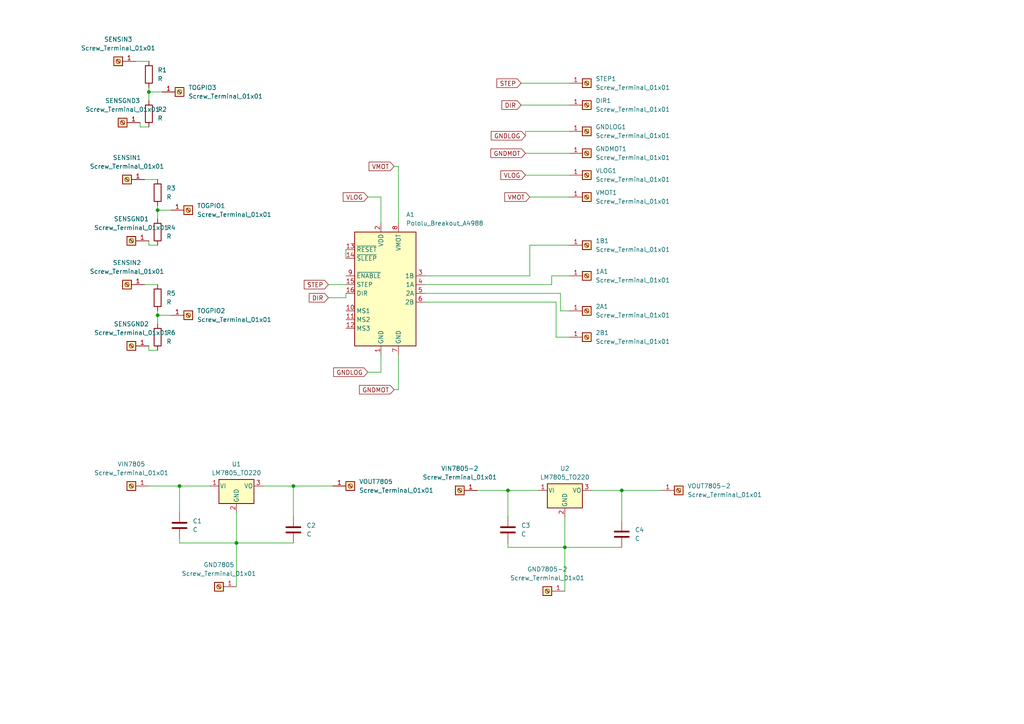
<source format=kicad_sch>
(kicad_sch (version 20230121) (generator eeschema)

  (uuid 9d5010ca-1851-4251-96ef-e20673c408e0)

  (paper "A4")

  (lib_symbols
    (symbol "Connector:Screw_Terminal_01x01" (pin_names (offset 1.016) hide) (in_bom yes) (on_board yes)
      (property "Reference" "J" (at 0 2.54 0)
        (effects (font (size 1.27 1.27)))
      )
      (property "Value" "Screw_Terminal_01x01" (at 0 -2.54 0)
        (effects (font (size 1.27 1.27)))
      )
      (property "Footprint" "" (at 0 0 0)
        (effects (font (size 1.27 1.27)) hide)
      )
      (property "Datasheet" "~" (at 0 0 0)
        (effects (font (size 1.27 1.27)) hide)
      )
      (property "ki_keywords" "screw terminal" (at 0 0 0)
        (effects (font (size 1.27 1.27)) hide)
      )
      (property "ki_description" "Generic screw terminal, single row, 01x01, script generated (kicad-library-utils/schlib/autogen/connector/)" (at 0 0 0)
        (effects (font (size 1.27 1.27)) hide)
      )
      (property "ki_fp_filters" "TerminalBlock*:*" (at 0 0 0)
        (effects (font (size 1.27 1.27)) hide)
      )
      (symbol "Screw_Terminal_01x01_1_1"
        (rectangle (start -1.27 1.27) (end 1.27 -1.27)
          (stroke (width 0.254) (type default))
          (fill (type background))
        )
        (polyline
          (pts
            (xy -0.5334 0.3302)
            (xy 0.3302 -0.508)
          )
          (stroke (width 0.1524) (type default))
          (fill (type none))
        )
        (polyline
          (pts
            (xy -0.3556 0.508)
            (xy 0.508 -0.3302)
          )
          (stroke (width 0.1524) (type default))
          (fill (type none))
        )
        (circle (center 0 0) (radius 0.635)
          (stroke (width 0.1524) (type default))
          (fill (type none))
        )
        (pin passive line (at -5.08 0 0) (length 3.81)
          (name "Pin_1" (effects (font (size 1.27 1.27))))
          (number "1" (effects (font (size 1.27 1.27))))
        )
      )
    )
    (symbol "Device:C" (pin_numbers hide) (pin_names (offset 0.254)) (in_bom yes) (on_board yes)
      (property "Reference" "C" (at 0.635 2.54 0)
        (effects (font (size 1.27 1.27)) (justify left))
      )
      (property "Value" "C" (at 0.635 -2.54 0)
        (effects (font (size 1.27 1.27)) (justify left))
      )
      (property "Footprint" "" (at 0.9652 -3.81 0)
        (effects (font (size 1.27 1.27)) hide)
      )
      (property "Datasheet" "~" (at 0 0 0)
        (effects (font (size 1.27 1.27)) hide)
      )
      (property "ki_keywords" "cap capacitor" (at 0 0 0)
        (effects (font (size 1.27 1.27)) hide)
      )
      (property "ki_description" "Unpolarized capacitor" (at 0 0 0)
        (effects (font (size 1.27 1.27)) hide)
      )
      (property "ki_fp_filters" "C_*" (at 0 0 0)
        (effects (font (size 1.27 1.27)) hide)
      )
      (symbol "C_0_1"
        (polyline
          (pts
            (xy -2.032 -0.762)
            (xy 2.032 -0.762)
          )
          (stroke (width 0.508) (type default))
          (fill (type none))
        )
        (polyline
          (pts
            (xy -2.032 0.762)
            (xy 2.032 0.762)
          )
          (stroke (width 0.508) (type default))
          (fill (type none))
        )
      )
      (symbol "C_1_1"
        (pin passive line (at 0 3.81 270) (length 2.794)
          (name "~" (effects (font (size 1.27 1.27))))
          (number "1" (effects (font (size 1.27 1.27))))
        )
        (pin passive line (at 0 -3.81 90) (length 2.794)
          (name "~" (effects (font (size 1.27 1.27))))
          (number "2" (effects (font (size 1.27 1.27))))
        )
      )
    )
    (symbol "Device:R" (pin_numbers hide) (pin_names (offset 0)) (in_bom yes) (on_board yes)
      (property "Reference" "R" (at 2.032 0 90)
        (effects (font (size 1.27 1.27)))
      )
      (property "Value" "R" (at 0 0 90)
        (effects (font (size 1.27 1.27)))
      )
      (property "Footprint" "" (at -1.778 0 90)
        (effects (font (size 1.27 1.27)) hide)
      )
      (property "Datasheet" "~" (at 0 0 0)
        (effects (font (size 1.27 1.27)) hide)
      )
      (property "ki_keywords" "R res resistor" (at 0 0 0)
        (effects (font (size 1.27 1.27)) hide)
      )
      (property "ki_description" "Resistor" (at 0 0 0)
        (effects (font (size 1.27 1.27)) hide)
      )
      (property "ki_fp_filters" "R_*" (at 0 0 0)
        (effects (font (size 1.27 1.27)) hide)
      )
      (symbol "R_0_1"
        (rectangle (start -1.016 -2.54) (end 1.016 2.54)
          (stroke (width 0.254) (type default))
          (fill (type none))
        )
      )
      (symbol "R_1_1"
        (pin passive line (at 0 3.81 270) (length 1.27)
          (name "~" (effects (font (size 1.27 1.27))))
          (number "1" (effects (font (size 1.27 1.27))))
        )
        (pin passive line (at 0 -3.81 90) (length 1.27)
          (name "~" (effects (font (size 1.27 1.27))))
          (number "2" (effects (font (size 1.27 1.27))))
        )
      )
    )
    (symbol "Driver_Motor:Pololu_Breakout_A4988" (in_bom yes) (on_board yes)
      (property "Reference" "A" (at -2.54 19.05 0)
        (effects (font (size 1.27 1.27)) (justify right))
      )
      (property "Value" "Pololu_Breakout_A4988" (at -2.54 16.51 0)
        (effects (font (size 1.27 1.27)) (justify right))
      )
      (property "Footprint" "Module:Pololu_Breakout-16_15.2x20.3mm" (at 6.985 -19.05 0)
        (effects (font (size 1.27 1.27)) (justify left) hide)
      )
      (property "Datasheet" "https://www.pololu.com/product/2980/pictures" (at 2.54 -7.62 0)
        (effects (font (size 1.27 1.27)) hide)
      )
      (property "ki_keywords" "Pololu Breakout Board Stepper Driver A4988" (at 0 0 0)
        (effects (font (size 1.27 1.27)) hide)
      )
      (property "ki_description" "Pololu Breakout Board, Stepper Driver A4988" (at 0 0 0)
        (effects (font (size 1.27 1.27)) hide)
      )
      (property "ki_fp_filters" "Pololu*Breakout*15.2x20.3mm*" (at 0 0 0)
        (effects (font (size 1.27 1.27)) hide)
      )
      (symbol "Pololu_Breakout_A4988_0_1"
        (rectangle (start 10.16 -17.78) (end -7.62 15.24)
          (stroke (width 0.254) (type default))
          (fill (type background))
        )
      )
      (symbol "Pololu_Breakout_A4988_1_1"
        (pin power_in line (at 0 -20.32 90) (length 2.54)
          (name "GND" (effects (font (size 1.27 1.27))))
          (number "1" (effects (font (size 1.27 1.27))))
        )
        (pin input line (at -10.16 -7.62 0) (length 2.54)
          (name "MS1" (effects (font (size 1.27 1.27))))
          (number "10" (effects (font (size 1.27 1.27))))
        )
        (pin input line (at -10.16 -10.16 0) (length 2.54)
          (name "MS2" (effects (font (size 1.27 1.27))))
          (number "11" (effects (font (size 1.27 1.27))))
        )
        (pin input line (at -10.16 -12.7 0) (length 2.54)
          (name "MS3" (effects (font (size 1.27 1.27))))
          (number "12" (effects (font (size 1.27 1.27))))
        )
        (pin input line (at -10.16 10.16 0) (length 2.54)
          (name "~{RESET}" (effects (font (size 1.27 1.27))))
          (number "13" (effects (font (size 1.27 1.27))))
        )
        (pin input line (at -10.16 7.62 0) (length 2.54)
          (name "~{SLEEP}" (effects (font (size 1.27 1.27))))
          (number "14" (effects (font (size 1.27 1.27))))
        )
        (pin input line (at -10.16 0 0) (length 2.54)
          (name "STEP" (effects (font (size 1.27 1.27))))
          (number "15" (effects (font (size 1.27 1.27))))
        )
        (pin input line (at -10.16 -2.54 0) (length 2.54)
          (name "DIR" (effects (font (size 1.27 1.27))))
          (number "16" (effects (font (size 1.27 1.27))))
        )
        (pin power_in line (at 0 17.78 270) (length 2.54)
          (name "VDD" (effects (font (size 1.27 1.27))))
          (number "2" (effects (font (size 1.27 1.27))))
        )
        (pin output line (at 12.7 2.54 180) (length 2.54)
          (name "1B" (effects (font (size 1.27 1.27))))
          (number "3" (effects (font (size 1.27 1.27))))
        )
        (pin output line (at 12.7 0 180) (length 2.54)
          (name "1A" (effects (font (size 1.27 1.27))))
          (number "4" (effects (font (size 1.27 1.27))))
        )
        (pin output line (at 12.7 -2.54 180) (length 2.54)
          (name "2A" (effects (font (size 1.27 1.27))))
          (number "5" (effects (font (size 1.27 1.27))))
        )
        (pin output line (at 12.7 -5.08 180) (length 2.54)
          (name "2B" (effects (font (size 1.27 1.27))))
          (number "6" (effects (font (size 1.27 1.27))))
        )
        (pin power_in line (at 5.08 -20.32 90) (length 2.54)
          (name "GND" (effects (font (size 1.27 1.27))))
          (number "7" (effects (font (size 1.27 1.27))))
        )
        (pin power_in line (at 5.08 17.78 270) (length 2.54)
          (name "VMOT" (effects (font (size 1.27 1.27))))
          (number "8" (effects (font (size 1.27 1.27))))
        )
        (pin input line (at -10.16 2.54 0) (length 2.54)
          (name "~{ENABLE}" (effects (font (size 1.27 1.27))))
          (number "9" (effects (font (size 1.27 1.27))))
        )
      )
    )
    (symbol "Regulator_Linear:LM7805_TO220" (pin_names (offset 0.254)) (in_bom yes) (on_board yes)
      (property "Reference" "U" (at -3.81 3.175 0)
        (effects (font (size 1.27 1.27)))
      )
      (property "Value" "LM7805_TO220" (at 0 3.175 0)
        (effects (font (size 1.27 1.27)) (justify left))
      )
      (property "Footprint" "Package_TO_SOT_THT:TO-220-3_Vertical" (at 0 5.715 0)
        (effects (font (size 1.27 1.27) italic) hide)
      )
      (property "Datasheet" "https://www.onsemi.cn/PowerSolutions/document/MC7800-D.PDF" (at 0 -1.27 0)
        (effects (font (size 1.27 1.27)) hide)
      )
      (property "ki_keywords" "Voltage Regulator 1A Positive" (at 0 0 0)
        (effects (font (size 1.27 1.27)) hide)
      )
      (property "ki_description" "Positive 1A 35V Linear Regulator, Fixed Output 5V, TO-220" (at 0 0 0)
        (effects (font (size 1.27 1.27)) hide)
      )
      (property "ki_fp_filters" "TO?220*" (at 0 0 0)
        (effects (font (size 1.27 1.27)) hide)
      )
      (symbol "LM7805_TO220_0_1"
        (rectangle (start -5.08 1.905) (end 5.08 -5.08)
          (stroke (width 0.254) (type default))
          (fill (type background))
        )
      )
      (symbol "LM7805_TO220_1_1"
        (pin power_in line (at -7.62 0 0) (length 2.54)
          (name "VI" (effects (font (size 1.27 1.27))))
          (number "1" (effects (font (size 1.27 1.27))))
        )
        (pin power_in line (at 0 -7.62 90) (length 2.54)
          (name "GND" (effects (font (size 1.27 1.27))))
          (number "2" (effects (font (size 1.27 1.27))))
        )
        (pin power_out line (at 7.62 0 180) (length 2.54)
          (name "VO" (effects (font (size 1.27 1.27))))
          (number "3" (effects (font (size 1.27 1.27))))
        )
      )
    )
  )

  (junction (at 52.07 140.97) (diameter 0) (color 0 0 0 0)
    (uuid 0ac7d253-e86c-49dd-8bd1-e19d22f9754b)
  )
  (junction (at 180.34 142.24) (diameter 0) (color 0 0 0 0)
    (uuid 53381fbe-47f0-4827-acf1-7bf7b8082507)
  )
  (junction (at 68.58 157.48) (diameter 0) (color 0 0 0 0)
    (uuid 5816f683-d878-4180-86e6-21f55c2c8cc5)
  )
  (junction (at 45.72 91.44) (diameter 0) (color 0 0 0 0)
    (uuid 7e59a6c5-ceef-4329-a51d-4eefa53e41c5)
  )
  (junction (at 85.09 140.97) (diameter 0) (color 0 0 0 0)
    (uuid a3faa6ac-ab1d-463b-a7fe-d8dc2235858d)
  )
  (junction (at 45.72 60.96) (diameter 0) (color 0 0 0 0)
    (uuid a7b780b7-2cfd-4831-aad6-c0e6b8f08c04)
  )
  (junction (at 163.83 158.75) (diameter 0) (color 0 0 0 0)
    (uuid a82e66ba-daa8-4b64-82c0-27bdeb18f967)
  )
  (junction (at 43.18 26.67) (diameter 0) (color 0 0 0 0)
    (uuid c37a8b64-46a2-4c35-86ee-8f2d92cfa5ca)
  )
  (junction (at 147.32 142.24) (diameter 0) (color 0 0 0 0)
    (uuid e2f91b42-ef5a-4239-b0fd-c8ea19850518)
  )

  (wire (pts (xy 100.33 86.36) (xy 100.33 85.09))
    (stroke (width 0) (type default))
    (uuid 04ec27bb-6de2-4c96-9163-85dbc7d0664d)
  )
  (wire (pts (xy 162.56 85.09) (xy 162.56 90.17))
    (stroke (width 0) (type default))
    (uuid 05f60c0a-70b1-420c-bbab-74ca8f623764)
  )
  (wire (pts (xy 162.56 90.17) (xy 165.1 90.17))
    (stroke (width 0) (type default))
    (uuid 06be7ddd-38ee-45d2-a672-fddd8706211c)
  )
  (wire (pts (xy 43.18 26.67) (xy 46.99 26.67))
    (stroke (width 0) (type default))
    (uuid 07a52b0d-8464-446e-b161-e1a317382d31)
  )
  (wire (pts (xy 165.1 80.01) (xy 160.02 80.01))
    (stroke (width 0) (type default))
    (uuid 09bb4191-149c-4ffd-b1e1-a8950476f264)
  )
  (wire (pts (xy 52.07 157.48) (xy 68.58 157.48))
    (stroke (width 0) (type default))
    (uuid 117d11fb-0593-47d1-a568-7f811b1d4069)
  )
  (wire (pts (xy 41.91 52.07) (xy 45.72 52.07))
    (stroke (width 0) (type default))
    (uuid 2acb6fdc-eb8a-4fad-ac6f-661140c41c86)
  )
  (wire (pts (xy 76.2 140.97) (xy 85.09 140.97))
    (stroke (width 0) (type default))
    (uuid 2c194902-7171-4de0-86f8-798f88d02fca)
  )
  (wire (pts (xy 43.18 101.6) (xy 43.18 100.33))
    (stroke (width 0) (type default))
    (uuid 2eca03a9-c9db-4596-9ff8-bdad6b9326da)
  )
  (wire (pts (xy 43.18 140.97) (xy 52.07 140.97))
    (stroke (width 0) (type default))
    (uuid 2ffcbaf8-559c-4c4f-8485-43cad5cd3643)
  )
  (wire (pts (xy 147.32 158.75) (xy 163.83 158.75))
    (stroke (width 0) (type default))
    (uuid 33b653c6-f130-4dfe-9593-717877c8083b)
  )
  (wire (pts (xy 152.4 50.8) (xy 165.1 50.8))
    (stroke (width 0) (type default))
    (uuid 35116235-80b2-4b36-9241-ed3f7abd3c96)
  )
  (wire (pts (xy 114.3 113.03) (xy 115.57 113.03))
    (stroke (width 0) (type default))
    (uuid 365891f7-acd2-4b77-a928-109f029eaa84)
  )
  (wire (pts (xy 115.57 113.03) (xy 115.57 102.87))
    (stroke (width 0) (type default))
    (uuid 3a3fbec4-d9b2-44af-87d4-49103ad9af7c)
  )
  (wire (pts (xy 39.37 17.78) (xy 43.18 17.78))
    (stroke (width 0) (type default))
    (uuid 3c058477-0b07-4a03-9a4b-6c95080fad56)
  )
  (wire (pts (xy 85.09 140.97) (xy 96.52 140.97))
    (stroke (width 0) (type default))
    (uuid 438e24f8-1865-4dbe-80d0-a14a2898001b)
  )
  (wire (pts (xy 45.72 101.6) (xy 43.18 101.6))
    (stroke (width 0) (type default))
    (uuid 4702ac67-c227-4592-a93f-11b0f4d52aaf)
  )
  (wire (pts (xy 45.72 91.44) (xy 45.72 93.98))
    (stroke (width 0) (type default))
    (uuid 4ce060ce-bd25-4a99-a182-e1be92833118)
  )
  (wire (pts (xy 165.1 38.1) (xy 152.4 38.1))
    (stroke (width 0) (type default))
    (uuid 53795242-8056-451f-b23b-208d08468f8e)
  )
  (wire (pts (xy 43.18 71.12) (xy 43.18 69.85))
    (stroke (width 0) (type default))
    (uuid 55ac6eb1-5d1b-45f6-838b-710131c33f2b)
  )
  (wire (pts (xy 180.34 142.24) (xy 191.77 142.24))
    (stroke (width 0) (type default))
    (uuid 56fedaf6-1d9b-4062-945b-3036cfb7b7a4)
  )
  (wire (pts (xy 68.58 148.59) (xy 68.58 157.48))
    (stroke (width 0) (type default))
    (uuid 58277d4d-2dbd-4c17-987f-706fe182c1ac)
  )
  (wire (pts (xy 85.09 140.97) (xy 85.09 149.86))
    (stroke (width 0) (type default))
    (uuid 5d138a2b-062a-444f-864b-c997b3264921)
  )
  (wire (pts (xy 138.43 142.24) (xy 147.32 142.24))
    (stroke (width 0) (type default))
    (uuid 6c219a67-1c74-4a3e-90f0-5f3e3cfdad61)
  )
  (wire (pts (xy 123.19 87.63) (xy 161.29 87.63))
    (stroke (width 0) (type default))
    (uuid 6d16869b-8aa3-4928-b472-640aa5b01660)
  )
  (wire (pts (xy 163.83 158.75) (xy 180.34 158.75))
    (stroke (width 0) (type default))
    (uuid 6d541c85-efc3-49ba-b51f-3231ebef29ed)
  )
  (wire (pts (xy 160.02 82.55) (xy 123.19 82.55))
    (stroke (width 0) (type default))
    (uuid 6f268e3d-1ceb-4743-9360-bbcf5e44dac3)
  )
  (wire (pts (xy 123.19 85.09) (xy 162.56 85.09))
    (stroke (width 0) (type default))
    (uuid 707604db-b82f-473d-a9cd-8b975125107d)
  )
  (wire (pts (xy 163.83 149.86) (xy 163.83 158.75))
    (stroke (width 0) (type default))
    (uuid 764bd2ef-f9c9-4f06-b8fe-725fa3a10fb3)
  )
  (wire (pts (xy 152.4 38.1) (xy 152.4 39.37))
    (stroke (width 0) (type default))
    (uuid 7f337635-45ab-43ab-9482-52e0807dc54d)
  )
  (wire (pts (xy 123.19 80.01) (xy 153.67 80.01))
    (stroke (width 0) (type default))
    (uuid 83f5d6fd-3238-4e8f-a1a9-d570d0334d2b)
  )
  (wire (pts (xy 45.72 60.96) (xy 49.53 60.96))
    (stroke (width 0) (type default))
    (uuid 847f7261-7f75-4ad3-98c4-096cf32b3ea7)
  )
  (wire (pts (xy 110.49 107.95) (xy 110.49 102.87))
    (stroke (width 0) (type default))
    (uuid 88a78816-9480-4c78-8dbc-a50689da5641)
  )
  (wire (pts (xy 100.33 72.39) (xy 100.33 74.93))
    (stroke (width 0) (type default))
    (uuid 891b6718-c0ad-4c62-bc99-8632aca4f396)
  )
  (wire (pts (xy 45.72 71.12) (xy 43.18 71.12))
    (stroke (width 0) (type default))
    (uuid 8a8c12a5-810d-4d5d-905a-56c97e7cb9a4)
  )
  (wire (pts (xy 153.67 71.12) (xy 165.1 71.12))
    (stroke (width 0) (type default))
    (uuid 8c49ecd0-df34-4445-864a-98cc8b9704aa)
  )
  (wire (pts (xy 151.13 30.48) (xy 165.1 30.48))
    (stroke (width 0) (type default))
    (uuid 8ca7f0dd-b461-4c1b-b51b-f8c3698fcead)
  )
  (wire (pts (xy 40.64 36.83) (xy 40.64 35.56))
    (stroke (width 0) (type default))
    (uuid 93ffb4f0-95d9-4818-96ef-6a0bcacac3f2)
  )
  (wire (pts (xy 45.72 91.44) (xy 49.53 91.44))
    (stroke (width 0) (type default))
    (uuid 948bed97-08b7-4097-90f6-8a38b798df6e)
  )
  (wire (pts (xy 68.58 157.48) (xy 85.09 157.48))
    (stroke (width 0) (type default))
    (uuid 952dc9a0-15b0-4be5-8fe1-0d45b4d6d50c)
  )
  (wire (pts (xy 68.58 157.48) (xy 68.58 170.18))
    (stroke (width 0) (type default))
    (uuid 969c74e1-40b6-47c0-ba86-172ffeed950c)
  )
  (wire (pts (xy 114.3 48.26) (xy 115.57 48.26))
    (stroke (width 0) (type default))
    (uuid 98552d85-e67e-4f1c-a873-2ed79f4cc1ad)
  )
  (wire (pts (xy 106.68 57.15) (xy 110.49 57.15))
    (stroke (width 0) (type default))
    (uuid 998f610c-8863-4cae-b22d-c15354725c39)
  )
  (wire (pts (xy 52.07 157.48) (xy 52.07 156.21))
    (stroke (width 0) (type default))
    (uuid a29a252b-14c6-4e4f-99db-405c0f13c6ed)
  )
  (wire (pts (xy 45.72 90.17) (xy 45.72 91.44))
    (stroke (width 0) (type default))
    (uuid a3c67f45-d6b0-42db-9a5c-4b544bba7dc7)
  )
  (wire (pts (xy 161.29 97.79) (xy 165.1 97.79))
    (stroke (width 0) (type default))
    (uuid ad49a8cf-3250-4a3f-96b3-30e36e1ad849)
  )
  (wire (pts (xy 147.32 142.24) (xy 147.32 149.86))
    (stroke (width 0) (type default))
    (uuid b0168e28-80c3-4381-b5ab-9331c463ec9c)
  )
  (wire (pts (xy 52.07 140.97) (xy 60.96 140.97))
    (stroke (width 0) (type default))
    (uuid b2418448-bcde-483e-bcb3-b3e1353b0fc1)
  )
  (wire (pts (xy 171.45 142.24) (xy 180.34 142.24))
    (stroke (width 0) (type default))
    (uuid b32396ac-ddcf-4725-a1ce-1adc33e32e77)
  )
  (wire (pts (xy 41.91 82.55) (xy 45.72 82.55))
    (stroke (width 0) (type default))
    (uuid b8c2996e-65e6-44d7-83a6-fcec590504c4)
  )
  (wire (pts (xy 52.07 140.97) (xy 52.07 148.59))
    (stroke (width 0) (type default))
    (uuid bad6ca22-3758-4da8-a364-dca7b8659afd)
  )
  (wire (pts (xy 95.25 86.36) (xy 100.33 86.36))
    (stroke (width 0) (type default))
    (uuid c0b4a857-add1-43f1-938c-b5a284a8fb69)
  )
  (wire (pts (xy 43.18 26.67) (xy 43.18 29.21))
    (stroke (width 0) (type default))
    (uuid c223347d-0f2e-48dd-8ca3-ffc8ef656e52)
  )
  (wire (pts (xy 43.18 25.4) (xy 43.18 26.67))
    (stroke (width 0) (type default))
    (uuid c2a770ba-7782-477d-93cc-6dff3f8babc1)
  )
  (wire (pts (xy 180.34 142.24) (xy 180.34 151.13))
    (stroke (width 0) (type default))
    (uuid c629913e-50f5-442b-8ada-8245ff25a64d)
  )
  (wire (pts (xy 45.72 60.96) (xy 45.72 63.5))
    (stroke (width 0) (type default))
    (uuid c80a0f9e-bcb4-410a-8349-ba0f9949a4af)
  )
  (wire (pts (xy 95.25 82.55) (xy 100.33 82.55))
    (stroke (width 0) (type default))
    (uuid c85143b9-2140-4d62-97d0-a353b165f778)
  )
  (wire (pts (xy 45.72 59.69) (xy 45.72 60.96))
    (stroke (width 0) (type default))
    (uuid ceed875e-feba-4826-a7fa-96d0fd4047ea)
  )
  (wire (pts (xy 115.57 48.26) (xy 115.57 64.77))
    (stroke (width 0) (type default))
    (uuid cffd80c5-0717-4792-ad02-f6b91db26729)
  )
  (wire (pts (xy 163.83 158.75) (xy 163.83 171.45))
    (stroke (width 0) (type default))
    (uuid d6a404f9-67f8-4612-88c9-766ca7235861)
  )
  (wire (pts (xy 153.67 57.15) (xy 165.1 57.15))
    (stroke (width 0) (type default))
    (uuid d81421a8-6cd4-420c-96d6-4d2e1399dc00)
  )
  (wire (pts (xy 147.32 142.24) (xy 156.21 142.24))
    (stroke (width 0) (type default))
    (uuid d93fee96-77ca-4434-ae5d-cd03b09d57e0)
  )
  (wire (pts (xy 160.02 80.01) (xy 160.02 82.55))
    (stroke (width 0) (type default))
    (uuid db91e255-b42b-4802-9145-7b826b443e41)
  )
  (wire (pts (xy 152.4 44.45) (xy 165.1 44.45))
    (stroke (width 0) (type default))
    (uuid dd8cff55-d299-48dc-9880-8fa2fddf804b)
  )
  (wire (pts (xy 106.68 107.95) (xy 110.49 107.95))
    (stroke (width 0) (type default))
    (uuid deb7d7d1-d68c-49fb-866a-137839dfcc2c)
  )
  (wire (pts (xy 153.67 80.01) (xy 153.67 71.12))
    (stroke (width 0) (type default))
    (uuid e02b072a-1b10-430e-9dd4-8036b4bb42d0)
  )
  (wire (pts (xy 43.18 36.83) (xy 40.64 36.83))
    (stroke (width 0) (type default))
    (uuid e1e7feff-22e3-499b-b20a-11e3a6967cd0)
  )
  (wire (pts (xy 161.29 87.63) (xy 161.29 97.79))
    (stroke (width 0) (type default))
    (uuid e71671c5-5a7b-4338-8a5c-76c1a12c64d5)
  )
  (wire (pts (xy 147.32 158.75) (xy 147.32 157.48))
    (stroke (width 0) (type default))
    (uuid ed53d9c7-f158-4419-a878-eae4557a0713)
  )
  (wire (pts (xy 151.13 24.13) (xy 165.1 24.13))
    (stroke (width 0) (type default))
    (uuid edb5b21c-89b3-444d-8a70-ad5bbcd105f5)
  )
  (wire (pts (xy 110.49 57.15) (xy 110.49 64.77))
    (stroke (width 0) (type default))
    (uuid f2cb3c63-a72f-4e96-b727-a60cb88e562f)
  )

  (global_label "DIR" (shape input) (at 95.25 86.36 180) (fields_autoplaced)
    (effects (font (size 1.27 1.27)) (justify right))
    (uuid 08c92114-979b-42c7-b065-aa366d34f35b)
    (property "Intersheetrefs" "${INTERSHEET_REFS}" (at 89.12 86.36 0)
      (effects (font (size 1.27 1.27)) (justify right) hide)
    )
  )
  (global_label "STEP" (shape input) (at 95.25 82.55 180) (fields_autoplaced)
    (effects (font (size 1.27 1.27)) (justify right))
    (uuid 33f91eda-337b-43db-884c-7d473ff62dc5)
    (property "Intersheetrefs" "${INTERSHEET_REFS}" (at 87.6687 82.55 0)
      (effects (font (size 1.27 1.27)) (justify right) hide)
    )
  )
  (global_label "DIR" (shape input) (at 151.13 30.48 180) (fields_autoplaced)
    (effects (font (size 1.27 1.27)) (justify right))
    (uuid 4d07ba34-35ef-45db-900c-b331c33b7c1e)
    (property "Intersheetrefs" "${INTERSHEET_REFS}" (at 145 30.48 0)
      (effects (font (size 1.27 1.27)) (justify right) hide)
    )
  )
  (global_label "GNDMOT" (shape input) (at 152.4 44.45 180) (fields_autoplaced)
    (effects (font (size 1.27 1.27)) (justify right))
    (uuid 53faa7b2-d64e-48b3-996a-488f83268271)
    (property "Intersheetrefs" "${INTERSHEET_REFS}" (at 141.7948 44.45 0)
      (effects (font (size 1.27 1.27)) (justify right) hide)
    )
  )
  (global_label "GNDLOG" (shape input) (at 152.4 39.37 180) (fields_autoplaced)
    (effects (font (size 1.27 1.27)) (justify right))
    (uuid 6902c24d-785b-497c-8677-3940fd23e219)
    (property "Intersheetrefs" "${INTERSHEET_REFS}" (at 141.9157 39.37 0)
      (effects (font (size 1.27 1.27)) (justify right) hide)
    )
  )
  (global_label "VLOG" (shape input) (at 106.68 57.15 180) (fields_autoplaced)
    (effects (font (size 1.27 1.27)) (justify right))
    (uuid 6c1ed682-b2d6-42a2-947f-d696a8db0d88)
    (property "Intersheetrefs" "${INTERSHEET_REFS}" (at 98.9776 57.15 0)
      (effects (font (size 1.27 1.27)) (justify right) hide)
    )
  )
  (global_label "VLOG" (shape input) (at 152.4 50.8 180) (fields_autoplaced)
    (effects (font (size 1.27 1.27)) (justify right))
    (uuid 776d9f4b-cf2d-407f-9a7a-d94e65562319)
    (property "Intersheetrefs" "${INTERSHEET_REFS}" (at 144.6976 50.8 0)
      (effects (font (size 1.27 1.27)) (justify right) hide)
    )
  )
  (global_label "GNDLOG" (shape input) (at 106.68 107.95 180) (fields_autoplaced)
    (effects (font (size 1.27 1.27)) (justify right))
    (uuid 7a9d9115-cde9-4a7e-a6eb-c66dc8769459)
    (property "Intersheetrefs" "${INTERSHEET_REFS}" (at 96.1957 107.95 0)
      (effects (font (size 1.27 1.27)) (justify right) hide)
    )
  )
  (global_label "VMOT" (shape input) (at 153.67 57.15 180) (fields_autoplaced)
    (effects (font (size 1.27 1.27)) (justify right))
    (uuid 981548dc-94cb-4a21-8d9c-8196ecb6f92e)
    (property "Intersheetrefs" "${INTERSHEET_REFS}" (at 145.8467 57.15 0)
      (effects (font (size 1.27 1.27)) (justify right) hide)
    )
  )
  (global_label "GNDMOT" (shape input) (at 114.3 113.03 180) (fields_autoplaced)
    (effects (font (size 1.27 1.27)) (justify right))
    (uuid a7b83e55-2044-4901-af8a-7f0e8683261f)
    (property "Intersheetrefs" "${INTERSHEET_REFS}" (at 103.6948 113.03 0)
      (effects (font (size 1.27 1.27)) (justify right) hide)
    )
  )
  (global_label "VMOT" (shape input) (at 114.3 48.26 180) (fields_autoplaced)
    (effects (font (size 1.27 1.27)) (justify right))
    (uuid e80114b7-8190-48e2-8972-50052604bb76)
    (property "Intersheetrefs" "${INTERSHEET_REFS}" (at 106.4767 48.26 0)
      (effects (font (size 1.27 1.27)) (justify right) hide)
    )
  )
  (global_label "STEP" (shape input) (at 151.13 24.13 180) (fields_autoplaced)
    (effects (font (size 1.27 1.27)) (justify right))
    (uuid f4d4311a-53b2-4ce3-95a5-4ba7e55f1565)
    (property "Intersheetrefs" "${INTERSHEET_REFS}" (at 143.5487 24.13 0)
      (effects (font (size 1.27 1.27)) (justify right) hide)
    )
  )

  (symbol (lib_id "Connector:Screw_Terminal_01x01") (at 54.61 91.44 0) (unit 1)
    (in_bom yes) (on_board yes) (dnp no) (fields_autoplaced)
    (uuid 00082386-022a-4d37-8622-33d1d8152b3a)
    (property "Reference" "TOGPIO2" (at 57.15 90.17 0)
      (effects (font (size 1.27 1.27)) (justify left))
    )
    (property "Value" "Screw_Terminal_01x01" (at 57.15 92.71 0)
      (effects (font (size 1.27 1.27)) (justify left))
    )
    (property "Footprint" "Connector_Pin:Pin_D1.0mm_L10.0mm" (at 54.61 91.44 0)
      (effects (font (size 1.27 1.27)) hide)
    )
    (property "Datasheet" "~" (at 54.61 91.44 0)
      (effects (font (size 1.27 1.27)) hide)
    )
    (pin "1" (uuid 8750ca20-5e7a-413d-8809-6b4ed59fb729))
    (instances
      (project "Brazopcb"
        (path "/9d5010ca-1851-4251-96ef-e20673c408e0"
          (reference "TOGPIO2") (unit 1)
        )
      )
    )
  )

  (symbol (lib_id "Device:R") (at 43.18 33.02 180) (unit 1)
    (in_bom yes) (on_board yes) (dnp no) (fields_autoplaced)
    (uuid 0279763f-3dd8-44af-a1f1-cf1fec87a199)
    (property "Reference" "R2" (at 45.72 31.75 0)
      (effects (font (size 1.27 1.27)) (justify right))
    )
    (property "Value" "R" (at 45.72 34.29 0)
      (effects (font (size 1.27 1.27)) (justify right))
    )
    (property "Footprint" "Resistor_THT:R_Axial_DIN0204_L3.6mm_D1.6mm_P7.62mm_Horizontal" (at 44.958 33.02 90)
      (effects (font (size 1.27 1.27)) hide)
    )
    (property "Datasheet" "~" (at 43.18 33.02 0)
      (effects (font (size 1.27 1.27)) hide)
    )
    (pin "1" (uuid ef7544da-b21d-4d6d-9dac-9b5dc2591fbf))
    (pin "2" (uuid 53af1d8c-de06-423e-a50e-8b4e17e4a28f))
    (instances
      (project "Brazopcb"
        (path "/9d5010ca-1851-4251-96ef-e20673c408e0"
          (reference "R2") (unit 1)
        )
      )
    )
  )

  (symbol (lib_id "Regulator_Linear:LM7805_TO220") (at 68.58 140.97 0) (unit 1)
    (in_bom yes) (on_board yes) (dnp no) (fields_autoplaced)
    (uuid 0660defd-d44c-4570-b8a7-239ae45a4dd0)
    (property "Reference" "U1" (at 68.58 134.62 0)
      (effects (font (size 1.27 1.27)))
    )
    (property "Value" "LM7805_TO220" (at 68.58 137.16 0)
      (effects (font (size 1.27 1.27)))
    )
    (property "Footprint" "Package_TO_SOT_THT:TO-220-3_Vertical" (at 68.58 135.255 0)
      (effects (font (size 1.27 1.27) italic) hide)
    )
    (property "Datasheet" "https://www.onsemi.cn/PowerSolutions/document/MC7800-D.PDF" (at 68.58 142.24 0)
      (effects (font (size 1.27 1.27)) hide)
    )
    (pin "1" (uuid 5413e013-4053-4101-86c6-97e60910f486))
    (pin "2" (uuid 50afae87-24f7-4413-a79f-fb06bcf8bde3))
    (pin "3" (uuid 5a50fe21-227c-4b09-b20b-908d3631ca6a))
    (instances
      (project "Brazopcb"
        (path "/9d5010ca-1851-4251-96ef-e20673c408e0"
          (reference "U1") (unit 1)
        )
      )
    )
  )

  (symbol (lib_id "Connector:Screw_Terminal_01x01") (at 170.18 71.12 0) (unit 1)
    (in_bom yes) (on_board yes) (dnp no) (fields_autoplaced)
    (uuid 1216f7aa-d43a-4f73-90d9-15a062002acf)
    (property "Reference" "1B1" (at 172.72 69.85 0)
      (effects (font (size 1.27 1.27)) (justify left))
    )
    (property "Value" "Screw_Terminal_01x01" (at 172.72 72.39 0)
      (effects (font (size 1.27 1.27)) (justify left))
    )
    (property "Footprint" "Connector_Pin:Pin_D1.0mm_L10.0mm" (at 170.18 71.12 0)
      (effects (font (size 1.27 1.27)) hide)
    )
    (property "Datasheet" "~" (at 170.18 71.12 0)
      (effects (font (size 1.27 1.27)) hide)
    )
    (pin "1" (uuid 198c7b28-b0a4-45b3-ae7e-7f210cdff9cb))
    (instances
      (project "Brazopcb"
        (path "/9d5010ca-1851-4251-96ef-e20673c408e0"
          (reference "1B1") (unit 1)
        )
      )
    )
  )

  (symbol (lib_id "Connector:Screw_Terminal_01x01") (at 170.18 97.79 0) (unit 1)
    (in_bom yes) (on_board yes) (dnp no) (fields_autoplaced)
    (uuid 152389af-a616-4135-9fb5-40fa4134a7df)
    (property "Reference" "2B1" (at 172.72 96.52 0)
      (effects (font (size 1.27 1.27)) (justify left))
    )
    (property "Value" "Screw_Terminal_01x01" (at 172.72 99.06 0)
      (effects (font (size 1.27 1.27)) (justify left))
    )
    (property "Footprint" "Connector_Pin:Pin_D1.0mm_L10.0mm" (at 170.18 97.79 0)
      (effects (font (size 1.27 1.27)) hide)
    )
    (property "Datasheet" "~" (at 170.18 97.79 0)
      (effects (font (size 1.27 1.27)) hide)
    )
    (pin "1" (uuid c5aaa2fc-b8d1-4645-8663-09f7df10d6fe))
    (instances
      (project "Brazopcb"
        (path "/9d5010ca-1851-4251-96ef-e20673c408e0"
          (reference "2B1") (unit 1)
        )
      )
    )
  )

  (symbol (lib_id "Device:R") (at 45.72 55.88 180) (unit 1)
    (in_bom yes) (on_board yes) (dnp no) (fields_autoplaced)
    (uuid 1ed94613-cda4-4124-ac06-166b9ace4fd3)
    (property "Reference" "R3" (at 48.26 54.61 0)
      (effects (font (size 1.27 1.27)) (justify right))
    )
    (property "Value" "R" (at 48.26 57.15 0)
      (effects (font (size 1.27 1.27)) (justify right))
    )
    (property "Footprint" "Resistor_THT:R_Axial_DIN0204_L3.6mm_D1.6mm_P7.62mm_Horizontal" (at 47.498 55.88 90)
      (effects (font (size 1.27 1.27)) hide)
    )
    (property "Datasheet" "~" (at 45.72 55.88 0)
      (effects (font (size 1.27 1.27)) hide)
    )
    (pin "1" (uuid f0d98d3a-37b5-429a-ac16-00f610c037b0))
    (pin "2" (uuid 172d84a4-a7d0-4d52-a406-f578354c5d38))
    (instances
      (project "Brazopcb"
        (path "/9d5010ca-1851-4251-96ef-e20673c408e0"
          (reference "R3") (unit 1)
        )
      )
    )
  )

  (symbol (lib_id "Connector:Screw_Terminal_01x01") (at 35.56 35.56 180) (unit 1)
    (in_bom yes) (on_board yes) (dnp no) (fields_autoplaced)
    (uuid 218a7141-70e3-438b-915c-38284056adec)
    (property "Reference" "SENSGND3" (at 35.56 29.21 0)
      (effects (font (size 1.27 1.27)))
    )
    (property "Value" "Screw_Terminal_01x01" (at 35.56 31.75 0)
      (effects (font (size 1.27 1.27)))
    )
    (property "Footprint" "Connector_Pin:Pin_D1.0mm_L10.0mm" (at 35.56 35.56 0)
      (effects (font (size 1.27 1.27)) hide)
    )
    (property "Datasheet" "~" (at 35.56 35.56 0)
      (effects (font (size 1.27 1.27)) hide)
    )
    (pin "1" (uuid 843a8685-6ee6-435e-b2e5-401dcbcfb2d8))
    (instances
      (project "Brazopcb"
        (path "/9d5010ca-1851-4251-96ef-e20673c408e0"
          (reference "SENSGND3") (unit 1)
        )
      )
    )
  )

  (symbol (lib_id "Device:R") (at 43.18 21.59 180) (unit 1)
    (in_bom yes) (on_board yes) (dnp no) (fields_autoplaced)
    (uuid 241589f8-80a7-40b7-8c55-75cae1eb2647)
    (property "Reference" "R1" (at 45.72 20.32 0)
      (effects (font (size 1.27 1.27)) (justify right))
    )
    (property "Value" "R" (at 45.72 22.86 0)
      (effects (font (size 1.27 1.27)) (justify right))
    )
    (property "Footprint" "Resistor_THT:R_Axial_DIN0204_L3.6mm_D1.6mm_P7.62mm_Horizontal" (at 44.958 21.59 90)
      (effects (font (size 1.27 1.27)) hide)
    )
    (property "Datasheet" "~" (at 43.18 21.59 0)
      (effects (font (size 1.27 1.27)) hide)
    )
    (pin "1" (uuid 947260ae-3e81-4610-9d3a-3d08e1c0ce4d))
    (pin "2" (uuid 4ceb0f1b-4a63-4703-99a6-95428c7cafff))
    (instances
      (project "Brazopcb"
        (path "/9d5010ca-1851-4251-96ef-e20673c408e0"
          (reference "R1") (unit 1)
        )
      )
    )
  )

  (symbol (lib_id "Connector:Screw_Terminal_01x01") (at 38.1 69.85 180) (unit 1)
    (in_bom yes) (on_board yes) (dnp no) (fields_autoplaced)
    (uuid 33aa5dd9-2fc3-415f-829f-cb1ead4b5b6f)
    (property "Reference" "SENSGND1" (at 38.1 63.5 0)
      (effects (font (size 1.27 1.27)))
    )
    (property "Value" "Screw_Terminal_01x01" (at 38.1 66.04 0)
      (effects (font (size 1.27 1.27)))
    )
    (property "Footprint" "Connector_Pin:Pin_D1.0mm_L10.0mm" (at 38.1 69.85 0)
      (effects (font (size 1.27 1.27)) hide)
    )
    (property "Datasheet" "~" (at 38.1 69.85 0)
      (effects (font (size 1.27 1.27)) hide)
    )
    (pin "1" (uuid d029717b-ee4e-4b84-87ca-a7786a3eb799))
    (instances
      (project "Brazopcb"
        (path "/9d5010ca-1851-4251-96ef-e20673c408e0"
          (reference "SENSGND1") (unit 1)
        )
      )
    )
  )

  (symbol (lib_id "Device:R") (at 45.72 86.36 180) (unit 1)
    (in_bom yes) (on_board yes) (dnp no) (fields_autoplaced)
    (uuid 374c2c29-0818-4811-ad17-ef362b805b4c)
    (property "Reference" "R5" (at 48.26 85.09 0)
      (effects (font (size 1.27 1.27)) (justify right))
    )
    (property "Value" "R" (at 48.26 87.63 0)
      (effects (font (size 1.27 1.27)) (justify right))
    )
    (property "Footprint" "Resistor_THT:R_Axial_DIN0204_L3.6mm_D1.6mm_P7.62mm_Horizontal" (at 47.498 86.36 90)
      (effects (font (size 1.27 1.27)) hide)
    )
    (property "Datasheet" "~" (at 45.72 86.36 0)
      (effects (font (size 1.27 1.27)) hide)
    )
    (pin "1" (uuid bbb8e9f5-7e2a-4cdc-81b0-9623d3610821))
    (pin "2" (uuid dad4a2da-40bd-4ac4-89b5-f42f2e6b41aa))
    (instances
      (project "Brazopcb"
        (path "/9d5010ca-1851-4251-96ef-e20673c408e0"
          (reference "R5") (unit 1)
        )
      )
    )
  )

  (symbol (lib_id "Connector:Screw_Terminal_01x01") (at 170.18 30.48 0) (unit 1)
    (in_bom yes) (on_board yes) (dnp no) (fields_autoplaced)
    (uuid 43096c90-78d7-4cab-8a14-318116b99c56)
    (property "Reference" "DIR1" (at 172.72 29.21 0)
      (effects (font (size 1.27 1.27)) (justify left))
    )
    (property "Value" "Screw_Terminal_01x01" (at 172.72 31.75 0)
      (effects (font (size 1.27 1.27)) (justify left))
    )
    (property "Footprint" "Connector_Pin:Pin_D1.0mm_L10.0mm" (at 170.18 30.48 0)
      (effects (font (size 1.27 1.27)) hide)
    )
    (property "Datasheet" "~" (at 170.18 30.48 0)
      (effects (font (size 1.27 1.27)) hide)
    )
    (pin "1" (uuid 62c97551-d73c-4a0d-99bd-877133faf094))
    (instances
      (project "Brazopcb"
        (path "/9d5010ca-1851-4251-96ef-e20673c408e0"
          (reference "DIR1") (unit 1)
        )
      )
    )
  )

  (symbol (lib_id "Connector:Screw_Terminal_01x01") (at 158.75 171.45 180) (unit 1)
    (in_bom yes) (on_board yes) (dnp no) (fields_autoplaced)
    (uuid 4d8c09e5-0c24-474d-bc5f-13838f521ca4)
    (property "Reference" "GND7805-2" (at 158.75 165.1 0)
      (effects (font (size 1.27 1.27)))
    )
    (property "Value" "Screw_Terminal_01x01" (at 158.75 167.64 0)
      (effects (font (size 1.27 1.27)))
    )
    (property "Footprint" "Connector_Pin:Pin_D1.0mm_L10.0mm" (at 158.75 171.45 0)
      (effects (font (size 1.27 1.27)) hide)
    )
    (property "Datasheet" "~" (at 158.75 171.45 0)
      (effects (font (size 1.27 1.27)) hide)
    )
    (pin "1" (uuid 8987f096-6c6e-491f-abbd-26fc88ad7986))
    (instances
      (project "Brazopcb"
        (path "/9d5010ca-1851-4251-96ef-e20673c408e0"
          (reference "GND7805-2") (unit 1)
        )
      )
    )
  )

  (symbol (lib_id "Device:C") (at 52.07 152.4 0) (unit 1)
    (in_bom yes) (on_board yes) (dnp no) (fields_autoplaced)
    (uuid 4db33a5d-73a0-4092-9173-7a63c51ed1c1)
    (property "Reference" "C1" (at 55.88 151.13 0)
      (effects (font (size 1.27 1.27)) (justify left))
    )
    (property "Value" "C" (at 55.88 153.67 0)
      (effects (font (size 1.27 1.27)) (justify left))
    )
    (property "Footprint" "Resistor_THT:R_Axial_DIN0204_L3.6mm_D1.6mm_P5.08mm_Horizontal" (at 53.0352 156.21 0)
      (effects (font (size 1.27 1.27)) hide)
    )
    (property "Datasheet" "~" (at 52.07 152.4 0)
      (effects (font (size 1.27 1.27)) hide)
    )
    (pin "1" (uuid 6a054dfb-5f95-4bdd-91ba-712c74245adc))
    (pin "2" (uuid 764351e6-ba7d-4ef6-97ae-d1b3282c92b5))
    (instances
      (project "Brazopcb"
        (path "/9d5010ca-1851-4251-96ef-e20673c408e0"
          (reference "C1") (unit 1)
        )
      )
    )
  )

  (symbol (lib_id "Device:C") (at 147.32 153.67 0) (unit 1)
    (in_bom yes) (on_board yes) (dnp no) (fields_autoplaced)
    (uuid 4ffaec2d-e189-42d8-b7e9-1b678cdafdfb)
    (property "Reference" "C3" (at 151.13 152.4 0)
      (effects (font (size 1.27 1.27)) (justify left))
    )
    (property "Value" "C" (at 151.13 154.94 0)
      (effects (font (size 1.27 1.27)) (justify left))
    )
    (property "Footprint" "Resistor_THT:R_Axial_DIN0204_L3.6mm_D1.6mm_P5.08mm_Horizontal" (at 148.2852 157.48 0)
      (effects (font (size 1.27 1.27)) hide)
    )
    (property "Datasheet" "~" (at 147.32 153.67 0)
      (effects (font (size 1.27 1.27)) hide)
    )
    (pin "1" (uuid 39fb454e-06be-4221-bd55-136ef6e9f7e0))
    (pin "2" (uuid 66f5fa96-83b3-48b5-961b-26c9d7f70c2e))
    (instances
      (project "Brazopcb"
        (path "/9d5010ca-1851-4251-96ef-e20673c408e0"
          (reference "C3") (unit 1)
        )
      )
    )
  )

  (symbol (lib_id "Connector:Screw_Terminal_01x01") (at 170.18 24.13 0) (unit 1)
    (in_bom yes) (on_board yes) (dnp no) (fields_autoplaced)
    (uuid 52583bba-7836-42d4-a391-5a195f5adee7)
    (property "Reference" "STEP1" (at 172.72 22.86 0)
      (effects (font (size 1.27 1.27)) (justify left))
    )
    (property "Value" "Screw_Terminal_01x01" (at 172.72 25.4 0)
      (effects (font (size 1.27 1.27)) (justify left))
    )
    (property "Footprint" "Connector_Pin:Pin_D1.0mm_L10.0mm" (at 170.18 24.13 0)
      (effects (font (size 1.27 1.27)) hide)
    )
    (property "Datasheet" "~" (at 170.18 24.13 0)
      (effects (font (size 1.27 1.27)) hide)
    )
    (pin "1" (uuid c516748d-a8fd-4791-a85b-d5773cf1263d))
    (instances
      (project "Brazopcb"
        (path "/9d5010ca-1851-4251-96ef-e20673c408e0"
          (reference "STEP1") (unit 1)
        )
      )
    )
  )

  (symbol (lib_id "Device:C") (at 85.09 153.67 0) (unit 1)
    (in_bom yes) (on_board yes) (dnp no) (fields_autoplaced)
    (uuid 5d7154d5-1813-4654-b90a-e6df4aec1a50)
    (property "Reference" "C2" (at 88.9 152.4 0)
      (effects (font (size 1.27 1.27)) (justify left))
    )
    (property "Value" "C" (at 88.9 154.94 0)
      (effects (font (size 1.27 1.27)) (justify left))
    )
    (property "Footprint" "Resistor_THT:R_Axial_DIN0204_L3.6mm_D1.6mm_P5.08mm_Horizontal" (at 86.0552 157.48 0)
      (effects (font (size 1.27 1.27)) hide)
    )
    (property "Datasheet" "~" (at 85.09 153.67 0)
      (effects (font (size 1.27 1.27)) hide)
    )
    (pin "1" (uuid a23840a3-3f38-4eec-a87b-f582b00ab3cf))
    (pin "2" (uuid e2c19b43-445a-4fc7-97c7-e6579263c5b3))
    (instances
      (project "Brazopcb"
        (path "/9d5010ca-1851-4251-96ef-e20673c408e0"
          (reference "C2") (unit 1)
        )
      )
    )
  )

  (symbol (lib_id "Connector:Screw_Terminal_01x01") (at 63.5 170.18 180) (unit 1)
    (in_bom yes) (on_board yes) (dnp no) (fields_autoplaced)
    (uuid 7037f418-133e-41a7-b114-ad5579cb773e)
    (property "Reference" "GND7805" (at 63.5 163.83 0)
      (effects (font (size 1.27 1.27)))
    )
    (property "Value" "Screw_Terminal_01x01" (at 63.5 166.37 0)
      (effects (font (size 1.27 1.27)))
    )
    (property "Footprint" "Connector_Pin:Pin_D1.0mm_L10.0mm" (at 63.5 170.18 0)
      (effects (font (size 1.27 1.27)) hide)
    )
    (property "Datasheet" "~" (at 63.5 170.18 0)
      (effects (font (size 1.27 1.27)) hide)
    )
    (pin "1" (uuid b5f60dfe-2b98-4ec7-88eb-f88f1975d8a5))
    (instances
      (project "Brazopcb"
        (path "/9d5010ca-1851-4251-96ef-e20673c408e0"
          (reference "GND7805") (unit 1)
        )
      )
    )
  )

  (symbol (lib_id "Connector:Screw_Terminal_01x01") (at 38.1 100.33 180) (unit 1)
    (in_bom yes) (on_board yes) (dnp no) (fields_autoplaced)
    (uuid 7db959e3-0f98-4ba9-bac5-286dd4561ee4)
    (property "Reference" "SENSGND2" (at 38.1 93.98 0)
      (effects (font (size 1.27 1.27)))
    )
    (property "Value" "Screw_Terminal_01x01" (at 38.1 96.52 0)
      (effects (font (size 1.27 1.27)))
    )
    (property "Footprint" "Connector_Pin:Pin_D1.0mm_L10.0mm" (at 38.1 100.33 0)
      (effects (font (size 1.27 1.27)) hide)
    )
    (property "Datasheet" "~" (at 38.1 100.33 0)
      (effects (font (size 1.27 1.27)) hide)
    )
    (pin "1" (uuid 5b0d1ec0-e39c-411a-995c-a5949c11c837))
    (instances
      (project "Brazopcb"
        (path "/9d5010ca-1851-4251-96ef-e20673c408e0"
          (reference "SENSGND2") (unit 1)
        )
      )
    )
  )

  (symbol (lib_id "Connector:Screw_Terminal_01x01") (at 38.1 140.97 180) (unit 1)
    (in_bom yes) (on_board yes) (dnp no) (fields_autoplaced)
    (uuid 83e94312-0398-4ae3-8dd8-3bce46380de3)
    (property "Reference" "VIN7805" (at 38.1 134.62 0)
      (effects (font (size 1.27 1.27)))
    )
    (property "Value" "Screw_Terminal_01x01" (at 38.1 137.16 0)
      (effects (font (size 1.27 1.27)))
    )
    (property "Footprint" "Connector_Pin:Pin_D1.0mm_L10.0mm" (at 38.1 140.97 0)
      (effects (font (size 1.27 1.27)) hide)
    )
    (property "Datasheet" "~" (at 38.1 140.97 0)
      (effects (font (size 1.27 1.27)) hide)
    )
    (pin "1" (uuid f5f342e6-a1cc-4fa2-9d93-8e8d2b490fb2))
    (instances
      (project "Brazopcb"
        (path "/9d5010ca-1851-4251-96ef-e20673c408e0"
          (reference "VIN7805") (unit 1)
        )
      )
    )
  )

  (symbol (lib_id "Connector:Screw_Terminal_01x01") (at 52.07 26.67 0) (unit 1)
    (in_bom yes) (on_board yes) (dnp no) (fields_autoplaced)
    (uuid 85628d7f-8711-49f3-a0db-a57f29ec1930)
    (property "Reference" "TOGPIO3" (at 54.61 25.4 0)
      (effects (font (size 1.27 1.27)) (justify left))
    )
    (property "Value" "Screw_Terminal_01x01" (at 54.61 27.94 0)
      (effects (font (size 1.27 1.27)) (justify left))
    )
    (property "Footprint" "Connector_Pin:Pin_D1.0mm_L10.0mm" (at 52.07 26.67 0)
      (effects (font (size 1.27 1.27)) hide)
    )
    (property "Datasheet" "~" (at 52.07 26.67 0)
      (effects (font (size 1.27 1.27)) hide)
    )
    (pin "1" (uuid abdbd219-f00d-43b5-915a-7e706547e21b))
    (instances
      (project "Brazopcb"
        (path "/9d5010ca-1851-4251-96ef-e20673c408e0"
          (reference "TOGPIO3") (unit 1)
        )
      )
    )
  )

  (symbol (lib_id "Connector:Screw_Terminal_01x01") (at 54.61 60.96 0) (unit 1)
    (in_bom yes) (on_board yes) (dnp no) (fields_autoplaced)
    (uuid 887a4af7-e1d5-4559-9d2c-11a72a8a7334)
    (property "Reference" "TOGPIO1" (at 57.15 59.69 0)
      (effects (font (size 1.27 1.27)) (justify left))
    )
    (property "Value" "Screw_Terminal_01x01" (at 57.15 62.23 0)
      (effects (font (size 1.27 1.27)) (justify left))
    )
    (property "Footprint" "Connector_Pin:Pin_D1.0mm_L10.0mm" (at 54.61 60.96 0)
      (effects (font (size 1.27 1.27)) hide)
    )
    (property "Datasheet" "~" (at 54.61 60.96 0)
      (effects (font (size 1.27 1.27)) hide)
    )
    (pin "1" (uuid fc958c1b-4458-4450-affa-3681215fb5a4))
    (instances
      (project "Brazopcb"
        (path "/9d5010ca-1851-4251-96ef-e20673c408e0"
          (reference "TOGPIO1") (unit 1)
        )
      )
    )
  )

  (symbol (lib_id "Device:R") (at 45.72 97.79 180) (unit 1)
    (in_bom yes) (on_board yes) (dnp no) (fields_autoplaced)
    (uuid 8c09c08d-4534-40bd-a395-5c439a8ee697)
    (property "Reference" "R6" (at 48.26 96.52 0)
      (effects (font (size 1.27 1.27)) (justify right))
    )
    (property "Value" "R" (at 48.26 99.06 0)
      (effects (font (size 1.27 1.27)) (justify right))
    )
    (property "Footprint" "Resistor_THT:R_Axial_DIN0204_L3.6mm_D1.6mm_P7.62mm_Horizontal" (at 47.498 97.79 90)
      (effects (font (size 1.27 1.27)) hide)
    )
    (property "Datasheet" "~" (at 45.72 97.79 0)
      (effects (font (size 1.27 1.27)) hide)
    )
    (pin "1" (uuid e3385af4-a7b7-48b6-bb61-18e7e0813817))
    (pin "2" (uuid 427a4fb4-0789-4e69-8dc3-40911d14b09a))
    (instances
      (project "Brazopcb"
        (path "/9d5010ca-1851-4251-96ef-e20673c408e0"
          (reference "R6") (unit 1)
        )
      )
    )
  )

  (symbol (lib_id "Connector:Screw_Terminal_01x01") (at 170.18 80.01 0) (unit 1)
    (in_bom yes) (on_board yes) (dnp no) (fields_autoplaced)
    (uuid 8c2f26db-e509-47d7-acd4-8805e0f4834d)
    (property "Reference" "1A1" (at 172.72 78.74 0)
      (effects (font (size 1.27 1.27)) (justify left))
    )
    (property "Value" "Screw_Terminal_01x01" (at 172.72 81.28 0)
      (effects (font (size 1.27 1.27)) (justify left))
    )
    (property "Footprint" "Connector_Pin:Pin_D1.0mm_L10.0mm" (at 170.18 80.01 0)
      (effects (font (size 1.27 1.27)) hide)
    )
    (property "Datasheet" "~" (at 170.18 80.01 0)
      (effects (font (size 1.27 1.27)) hide)
    )
    (pin "1" (uuid 6ad00347-1f4d-41c7-8c7a-aee9f06d9135))
    (instances
      (project "Brazopcb"
        (path "/9d5010ca-1851-4251-96ef-e20673c408e0"
          (reference "1A1") (unit 1)
        )
      )
    )
  )

  (symbol (lib_id "Connector:Screw_Terminal_01x01") (at 170.18 44.45 0) (unit 1)
    (in_bom yes) (on_board yes) (dnp no) (fields_autoplaced)
    (uuid 91cee896-f380-46df-a0dc-a8a41d6aae5a)
    (property "Reference" "GNDMOT1" (at 172.72 43.18 0)
      (effects (font (size 1.27 1.27)) (justify left))
    )
    (property "Value" "Screw_Terminal_01x01" (at 172.72 45.72 0)
      (effects (font (size 1.27 1.27)) (justify left))
    )
    (property "Footprint" "Connector_Pin:Pin_D1.0mm_L10.0mm" (at 170.18 44.45 0)
      (effects (font (size 1.27 1.27)) hide)
    )
    (property "Datasheet" "~" (at 170.18 44.45 0)
      (effects (font (size 1.27 1.27)) hide)
    )
    (pin "1" (uuid 9ccd6a9a-cdfb-469d-a765-0c06d6e3a94d))
    (instances
      (project "Brazopcb"
        (path "/9d5010ca-1851-4251-96ef-e20673c408e0"
          (reference "GNDMOT1") (unit 1)
        )
      )
    )
  )

  (symbol (lib_id "Driver_Motor:Pololu_Breakout_A4988") (at 110.49 82.55 0) (unit 1)
    (in_bom yes) (on_board yes) (dnp no) (fields_autoplaced)
    (uuid 93963778-e924-499d-94fa-d20f623f43f2)
    (property "Reference" "A1" (at 117.7641 62.23 0)
      (effects (font (size 1.27 1.27)) (justify left))
    )
    (property "Value" "Pololu_Breakout_A4988" (at 117.7641 64.77 0)
      (effects (font (size 1.27 1.27)) (justify left))
    )
    (property "Footprint" "Module:Pololu_Breakout-16_15.2x20.3mm" (at 117.475 101.6 0)
      (effects (font (size 1.27 1.27)) (justify left) hide)
    )
    (property "Datasheet" "https://www.pololu.com/product/2980/pictures" (at 113.03 90.17 0)
      (effects (font (size 1.27 1.27)) hide)
    )
    (pin "1" (uuid 52513616-d7cf-4601-bf50-c4d178389524))
    (pin "10" (uuid b054b644-5b9a-4d52-99ce-dfe49bd39ad7))
    (pin "11" (uuid 2add6af1-b718-4507-8b4a-5f50ab12749a))
    (pin "12" (uuid b9031231-895b-4544-886c-1b039564b609))
    (pin "13" (uuid db05dccd-ec98-4650-b6b9-f51bfc7ae275))
    (pin "14" (uuid 9a17f793-818a-49c3-a396-30b25c2e4dd9))
    (pin "15" (uuid 7a7f33f7-fc5e-4186-a40a-4965b369fece))
    (pin "16" (uuid e2962d41-a162-4b52-b165-4087edb6644f))
    (pin "2" (uuid 2d293324-b19e-46ed-9143-626c07e493ff))
    (pin "3" (uuid a3ca486a-976d-4670-9ad7-e06f51f77f78))
    (pin "4" (uuid 5dc80198-70ba-4c5d-8d1a-0d842bf610a4))
    (pin "5" (uuid aa05a962-2eda-405f-98f1-dc77f2bd04dc))
    (pin "6" (uuid 184811e3-8e91-4aaf-80a3-f3d20770e103))
    (pin "7" (uuid 5ec75c87-7dd3-4223-badb-29631c235d19))
    (pin "8" (uuid 5ebd2863-49c8-40b0-b113-0e0d68031f0c))
    (pin "9" (uuid b592f016-eb04-4d20-8d0a-478c565a6142))
    (instances
      (project "Brazopcb"
        (path "/9d5010ca-1851-4251-96ef-e20673c408e0"
          (reference "A1") (unit 1)
        )
      )
    )
  )

  (symbol (lib_id "Connector:Screw_Terminal_01x01") (at 170.18 38.1 0) (unit 1)
    (in_bom yes) (on_board yes) (dnp no) (fields_autoplaced)
    (uuid 9f24f6a8-a64b-4a89-b1d9-edd8326e73a2)
    (property "Reference" "GNDLOG1" (at 172.72 36.83 0)
      (effects (font (size 1.27 1.27)) (justify left))
    )
    (property "Value" "Screw_Terminal_01x01" (at 172.72 39.37 0)
      (effects (font (size 1.27 1.27)) (justify left))
    )
    (property "Footprint" "Connector_Pin:Pin_D1.0mm_L10.0mm" (at 170.18 38.1 0)
      (effects (font (size 1.27 1.27)) hide)
    )
    (property "Datasheet" "~" (at 170.18 38.1 0)
      (effects (font (size 1.27 1.27)) hide)
    )
    (pin "1" (uuid ee68f6ea-42e0-4f55-9943-c6fd7adcf6f0))
    (instances
      (project "Brazopcb"
        (path "/9d5010ca-1851-4251-96ef-e20673c408e0"
          (reference "GNDLOG1") (unit 1)
        )
      )
    )
  )

  (symbol (lib_id "Connector:Screw_Terminal_01x01") (at 196.85 142.24 0) (unit 1)
    (in_bom yes) (on_board yes) (dnp no) (fields_autoplaced)
    (uuid a495b48d-d1b5-4719-a253-300592b60091)
    (property "Reference" "VOUT7805-2" (at 199.39 140.97 0)
      (effects (font (size 1.27 1.27)) (justify left))
    )
    (property "Value" "Screw_Terminal_01x01" (at 199.39 143.51 0)
      (effects (font (size 1.27 1.27)) (justify left))
    )
    (property "Footprint" "Connector_Pin:Pin_D1.0mm_L10.0mm" (at 196.85 142.24 0)
      (effects (font (size 1.27 1.27)) hide)
    )
    (property "Datasheet" "~" (at 196.85 142.24 0)
      (effects (font (size 1.27 1.27)) hide)
    )
    (pin "1" (uuid c82795c6-5bde-4f22-a333-928857c303e2))
    (instances
      (project "Brazopcb"
        (path "/9d5010ca-1851-4251-96ef-e20673c408e0"
          (reference "VOUT7805-2") (unit 1)
        )
      )
    )
  )

  (symbol (lib_id "Device:C") (at 180.34 154.94 0) (unit 1)
    (in_bom yes) (on_board yes) (dnp no) (fields_autoplaced)
    (uuid a8a265ef-5494-4cc5-86a1-d022a52441f8)
    (property "Reference" "C4" (at 184.15 153.67 0)
      (effects (font (size 1.27 1.27)) (justify left))
    )
    (property "Value" "C" (at 184.15 156.21 0)
      (effects (font (size 1.27 1.27)) (justify left))
    )
    (property "Footprint" "Resistor_THT:R_Axial_DIN0204_L3.6mm_D1.6mm_P5.08mm_Horizontal" (at 181.3052 158.75 0)
      (effects (font (size 1.27 1.27)) hide)
    )
    (property "Datasheet" "~" (at 180.34 154.94 0)
      (effects (font (size 1.27 1.27)) hide)
    )
    (pin "1" (uuid f8d0c494-5144-4ee4-8a21-7a718cdccfba))
    (pin "2" (uuid bee7588e-de54-4edf-92b0-577aa53be199))
    (instances
      (project "Brazopcb"
        (path "/9d5010ca-1851-4251-96ef-e20673c408e0"
          (reference "C4") (unit 1)
        )
      )
    )
  )

  (symbol (lib_id "Connector:Screw_Terminal_01x01") (at 36.83 82.55 180) (unit 1)
    (in_bom yes) (on_board yes) (dnp no) (fields_autoplaced)
    (uuid aabf527e-cb79-401a-ad4c-6dafbf428cee)
    (property "Reference" "SENSIN2" (at 36.83 76.2 0)
      (effects (font (size 1.27 1.27)))
    )
    (property "Value" "Screw_Terminal_01x01" (at 36.83 78.74 0)
      (effects (font (size 1.27 1.27)))
    )
    (property "Footprint" "Connector_Pin:Pin_D1.0mm_L10.0mm" (at 36.83 82.55 0)
      (effects (font (size 1.27 1.27)) hide)
    )
    (property "Datasheet" "~" (at 36.83 82.55 0)
      (effects (font (size 1.27 1.27)) hide)
    )
    (pin "1" (uuid 66ec9b55-4c4a-498c-9782-08fab248a555))
    (instances
      (project "Brazopcb"
        (path "/9d5010ca-1851-4251-96ef-e20673c408e0"
          (reference "SENSIN2") (unit 1)
        )
      )
    )
  )

  (symbol (lib_id "Connector:Screw_Terminal_01x01") (at 36.83 52.07 180) (unit 1)
    (in_bom yes) (on_board yes) (dnp no) (fields_autoplaced)
    (uuid adfaa5cf-286b-4420-b4ec-9ab71bc7d580)
    (property "Reference" "SENSIN1" (at 36.83 45.72 0)
      (effects (font (size 1.27 1.27)))
    )
    (property "Value" "Screw_Terminal_01x01" (at 36.83 48.26 0)
      (effects (font (size 1.27 1.27)))
    )
    (property "Footprint" "Connector_Pin:Pin_D1.0mm_L10.0mm" (at 36.83 52.07 0)
      (effects (font (size 1.27 1.27)) hide)
    )
    (property "Datasheet" "~" (at 36.83 52.07 0)
      (effects (font (size 1.27 1.27)) hide)
    )
    (pin "1" (uuid 92b8d87c-a1fe-4280-8932-41de2aa53386))
    (instances
      (project "Brazopcb"
        (path "/9d5010ca-1851-4251-96ef-e20673c408e0"
          (reference "SENSIN1") (unit 1)
        )
      )
    )
  )

  (symbol (lib_id "Device:R") (at 45.72 67.31 180) (unit 1)
    (in_bom yes) (on_board yes) (dnp no) (fields_autoplaced)
    (uuid bc2fcbb7-3154-472f-b19a-c2131db4aabd)
    (property "Reference" "R4" (at 48.26 66.04 0)
      (effects (font (size 1.27 1.27)) (justify right))
    )
    (property "Value" "R" (at 48.26 68.58 0)
      (effects (font (size 1.27 1.27)) (justify right))
    )
    (property "Footprint" "Resistor_THT:R_Axial_DIN0204_L3.6mm_D1.6mm_P7.62mm_Horizontal" (at 47.498 67.31 90)
      (effects (font (size 1.27 1.27)) hide)
    )
    (property "Datasheet" "~" (at 45.72 67.31 0)
      (effects (font (size 1.27 1.27)) hide)
    )
    (pin "1" (uuid 08d5c152-1978-4477-a681-4e37ac556917))
    (pin "2" (uuid fee298bd-5c95-4065-9838-f7b9b3813123))
    (instances
      (project "Brazopcb"
        (path "/9d5010ca-1851-4251-96ef-e20673c408e0"
          (reference "R4") (unit 1)
        )
      )
    )
  )

  (symbol (lib_id "Connector:Screw_Terminal_01x01") (at 170.18 90.17 0) (unit 1)
    (in_bom yes) (on_board yes) (dnp no) (fields_autoplaced)
    (uuid cdc7bfc8-a45d-4bbb-9990-e2a3fa1dc12c)
    (property "Reference" "2A1" (at 172.72 88.9 0)
      (effects (font (size 1.27 1.27)) (justify left))
    )
    (property "Value" "Screw_Terminal_01x01" (at 172.72 91.44 0)
      (effects (font (size 1.27 1.27)) (justify left))
    )
    (property "Footprint" "Connector_Pin:Pin_D1.0mm_L10.0mm" (at 170.18 90.17 0)
      (effects (font (size 1.27 1.27)) hide)
    )
    (property "Datasheet" "~" (at 170.18 90.17 0)
      (effects (font (size 1.27 1.27)) hide)
    )
    (pin "1" (uuid 21f1bc6c-361c-456f-8376-439f2e467c0f))
    (instances
      (project "Brazopcb"
        (path "/9d5010ca-1851-4251-96ef-e20673c408e0"
          (reference "2A1") (unit 1)
        )
      )
    )
  )

  (symbol (lib_id "Connector:Screw_Terminal_01x01") (at 101.6 140.97 0) (unit 1)
    (in_bom yes) (on_board yes) (dnp no) (fields_autoplaced)
    (uuid cf0d59ad-8476-40a0-8482-440072f34986)
    (property "Reference" "VOUT7805" (at 104.14 139.7 0)
      (effects (font (size 1.27 1.27)) (justify left))
    )
    (property "Value" "Screw_Terminal_01x01" (at 104.14 142.24 0)
      (effects (font (size 1.27 1.27)) (justify left))
    )
    (property "Footprint" "Connector_Pin:Pin_D1.0mm_L10.0mm" (at 101.6 140.97 0)
      (effects (font (size 1.27 1.27)) hide)
    )
    (property "Datasheet" "~" (at 101.6 140.97 0)
      (effects (font (size 1.27 1.27)) hide)
    )
    (pin "1" (uuid 3788741d-9c0d-4e61-807f-8e42c73ab7c7))
    (instances
      (project "Brazopcb"
        (path "/9d5010ca-1851-4251-96ef-e20673c408e0"
          (reference "VOUT7805") (unit 1)
        )
      )
    )
  )

  (symbol (lib_id "Connector:Screw_Terminal_01x01") (at 170.18 57.15 0) (unit 1)
    (in_bom yes) (on_board yes) (dnp no) (fields_autoplaced)
    (uuid d2979f1f-a5d8-4761-8913-be53ec1dc581)
    (property "Reference" "VMOT1" (at 172.72 55.88 0)
      (effects (font (size 1.27 1.27)) (justify left))
    )
    (property "Value" "Screw_Terminal_01x01" (at 172.72 58.42 0)
      (effects (font (size 1.27 1.27)) (justify left))
    )
    (property "Footprint" "Connector_Pin:Pin_D1.0mm_L10.0mm" (at 170.18 57.15 0)
      (effects (font (size 1.27 1.27)) hide)
    )
    (property "Datasheet" "~" (at 170.18 57.15 0)
      (effects (font (size 1.27 1.27)) hide)
    )
    (pin "1" (uuid 2e07b109-0fae-4ea3-b6eb-d4aa85864a07))
    (instances
      (project "Brazopcb"
        (path "/9d5010ca-1851-4251-96ef-e20673c408e0"
          (reference "VMOT1") (unit 1)
        )
      )
    )
  )

  (symbol (lib_id "Connector:Screw_Terminal_01x01") (at 34.29 17.78 180) (unit 1)
    (in_bom yes) (on_board yes) (dnp no) (fields_autoplaced)
    (uuid d73e3356-71c4-4c81-b68c-c9afefaf0268)
    (property "Reference" "SENSIN3" (at 34.29 11.43 0)
      (effects (font (size 1.27 1.27)))
    )
    (property "Value" "Screw_Terminal_01x01" (at 34.29 13.97 0)
      (effects (font (size 1.27 1.27)))
    )
    (property "Footprint" "Connector_Pin:Pin_D1.0mm_L10.0mm" (at 34.29 17.78 0)
      (effects (font (size 1.27 1.27)) hide)
    )
    (property "Datasheet" "~" (at 34.29 17.78 0)
      (effects (font (size 1.27 1.27)) hide)
    )
    (pin "1" (uuid c48772b9-ca00-4710-80d6-d3728be6c5cf))
    (instances
      (project "Brazopcb"
        (path "/9d5010ca-1851-4251-96ef-e20673c408e0"
          (reference "SENSIN3") (unit 1)
        )
      )
    )
  )

  (symbol (lib_id "Connector:Screw_Terminal_01x01") (at 170.18 50.8 0) (unit 1)
    (in_bom yes) (on_board yes) (dnp no) (fields_autoplaced)
    (uuid dec900f4-0418-4fa6-b387-be7053a9d3f4)
    (property "Reference" "VLOG1" (at 172.72 49.53 0)
      (effects (font (size 1.27 1.27)) (justify left))
    )
    (property "Value" "Screw_Terminal_01x01" (at 172.72 52.07 0)
      (effects (font (size 1.27 1.27)) (justify left))
    )
    (property "Footprint" "Connector_Pin:Pin_D1.0mm_L10.0mm" (at 170.18 50.8 0)
      (effects (font (size 1.27 1.27)) hide)
    )
    (property "Datasheet" "~" (at 170.18 50.8 0)
      (effects (font (size 1.27 1.27)) hide)
    )
    (pin "1" (uuid e476a680-af0f-4b78-9fe8-16f3510a15a6))
    (instances
      (project "Brazopcb"
        (path "/9d5010ca-1851-4251-96ef-e20673c408e0"
          (reference "VLOG1") (unit 1)
        )
      )
    )
  )

  (symbol (lib_id "Connector:Screw_Terminal_01x01") (at 133.35 142.24 180) (unit 1)
    (in_bom yes) (on_board yes) (dnp no) (fields_autoplaced)
    (uuid e03b789f-21ae-4941-8ef9-0041a099bc59)
    (property "Reference" "VIN7805-2" (at 133.35 135.89 0)
      (effects (font (size 1.27 1.27)))
    )
    (property "Value" "Screw_Terminal_01x01" (at 133.35 138.43 0)
      (effects (font (size 1.27 1.27)))
    )
    (property "Footprint" "Connector_Pin:Pin_D1.0mm_L10.0mm" (at 133.35 142.24 0)
      (effects (font (size 1.27 1.27)) hide)
    )
    (property "Datasheet" "~" (at 133.35 142.24 0)
      (effects (font (size 1.27 1.27)) hide)
    )
    (pin "1" (uuid 164b2307-7a04-4dfc-a80b-92cc8e907fcc))
    (instances
      (project "Brazopcb"
        (path "/9d5010ca-1851-4251-96ef-e20673c408e0"
          (reference "VIN7805-2") (unit 1)
        )
      )
    )
  )

  (symbol (lib_id "Regulator_Linear:LM7805_TO220") (at 163.83 142.24 0) (unit 1)
    (in_bom yes) (on_board yes) (dnp no) (fields_autoplaced)
    (uuid e23e843b-5340-4bdf-b087-49df39231dc4)
    (property "Reference" "U2" (at 163.83 135.89 0)
      (effects (font (size 1.27 1.27)))
    )
    (property "Value" "LM7805_TO220" (at 163.83 138.43 0)
      (effects (font (size 1.27 1.27)))
    )
    (property "Footprint" "Package_TO_SOT_THT:TO-220-3_Vertical" (at 163.83 136.525 0)
      (effects (font (size 1.27 1.27) italic) hide)
    )
    (property "Datasheet" "https://www.onsemi.cn/PowerSolutions/document/MC7800-D.PDF" (at 163.83 143.51 0)
      (effects (font (size 1.27 1.27)) hide)
    )
    (pin "1" (uuid 903ccdcb-5cee-4c6f-8996-cf227028b692))
    (pin "2" (uuid 9eefd657-c73d-49ed-80bd-c627e664f047))
    (pin "3" (uuid a6785c38-0c31-4b65-9ae9-4d1b9ea0c2e5))
    (instances
      (project "Brazopcb"
        (path "/9d5010ca-1851-4251-96ef-e20673c408e0"
          (reference "U2") (unit 1)
        )
      )
    )
  )

  (sheet_instances
    (path "/" (page "1"))
  )
)

</source>
